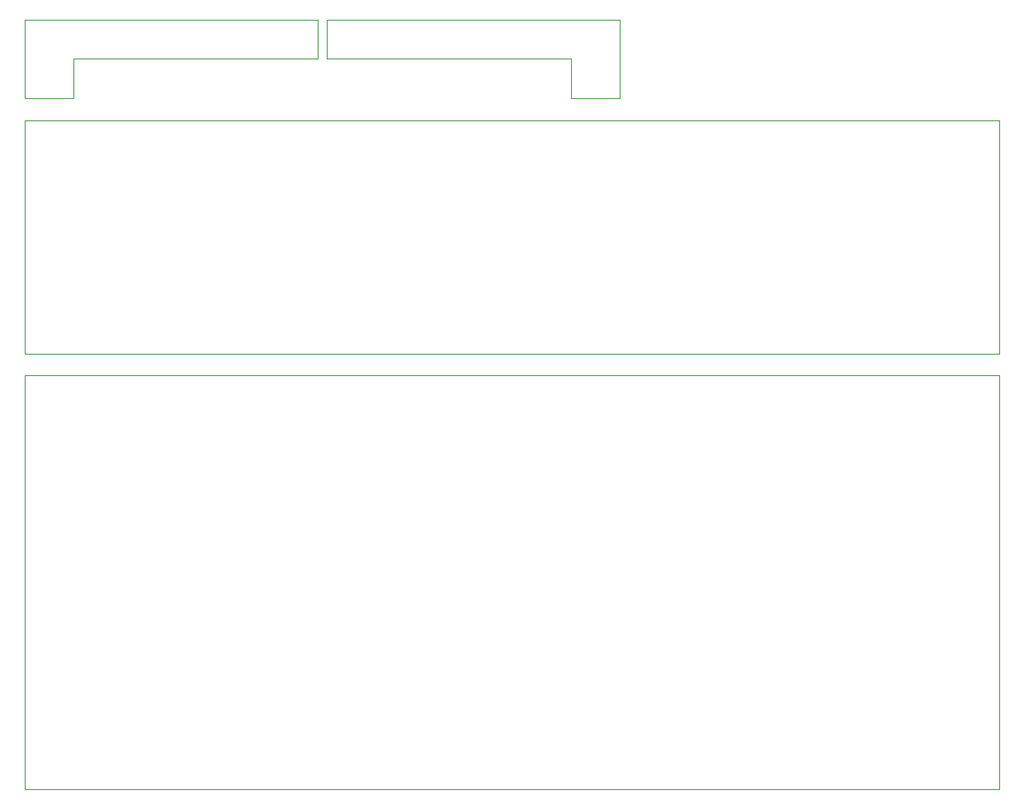
<source format=gbr>
G04 (created by PCBNEW (2013-07-07 BZR 4022)-stable) date 2014/09/07 1:12:15*
%MOIN*%
G04 Gerber Fmt 3.4, Leading zero omitted, Abs format*
%FSLAX34Y34*%
G01*
G70*
G90*
G04 APERTURE LIST*
%ADD10C,0.00590551*%
%ADD11C,0.00393701*%
G04 APERTURE END LIST*
G54D10*
G54D11*
X49881Y-24330D02*
X61692Y-24330D01*
X49881Y-25905D02*
X49881Y-24330D01*
X39645Y-25905D02*
X39645Y-27480D01*
X49488Y-25905D02*
X39645Y-25905D01*
X49488Y-24330D02*
X49488Y-25905D01*
X49291Y-24330D02*
X49488Y-24330D01*
X37677Y-24330D02*
X49291Y-24330D01*
X37677Y-27480D02*
X39645Y-27480D01*
X37677Y-24330D02*
X37677Y-27480D01*
X60314Y-27480D02*
X60511Y-27480D01*
X59724Y-27480D02*
X60314Y-27480D01*
X59724Y-25905D02*
X59724Y-27480D01*
X49881Y-25905D02*
X59724Y-25905D01*
X61692Y-24330D02*
X61692Y-27480D01*
X61692Y-27480D02*
X60511Y-27480D01*
X37679Y-55429D02*
X77049Y-55429D01*
X77049Y-55429D02*
X77049Y-38697D01*
X37679Y-38697D02*
X37679Y-55429D01*
X77045Y-37836D02*
X77045Y-28387D01*
X37675Y-37836D02*
X77045Y-37836D01*
X37675Y-37836D02*
X37675Y-28387D01*
X37675Y-28387D02*
X77045Y-28387D01*
X37675Y-38702D02*
X77045Y-38702D01*
M02*

</source>
